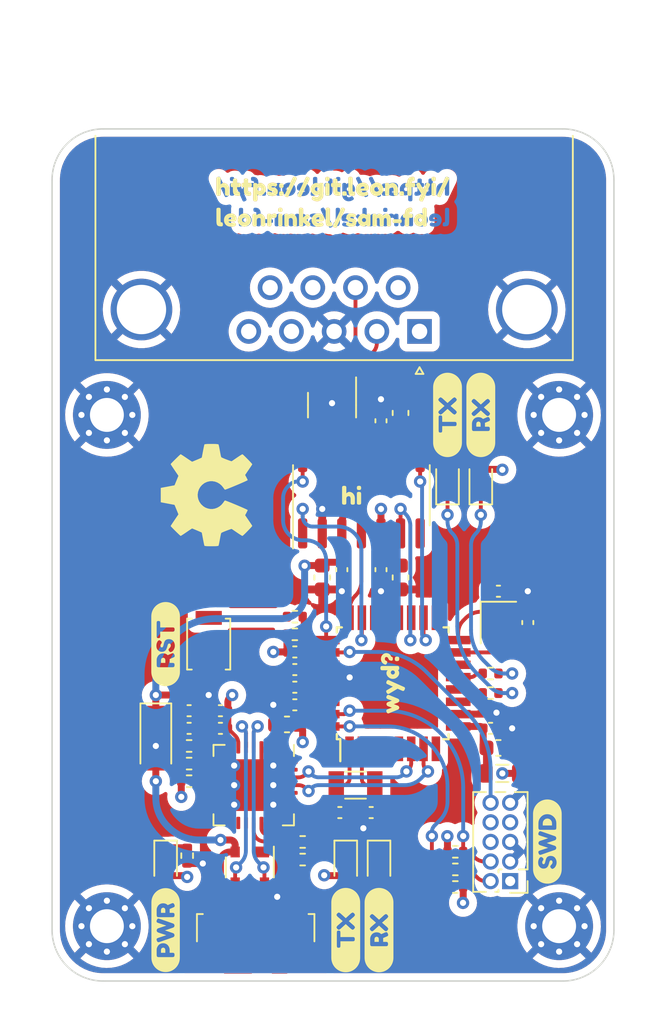
<source format=kicad_pcb>
(kicad_pcb (version 20211014) (generator pcbnew)
  (title_block (title "sam-fd") (date "2023-01-27") (rev "2") (company "Leon Rinkel") (comment 1 "leon@rinkel.me") (comment 2 "https://git.leon.fyi/leonrinkel/sam-fd"))
  (layers (0 "F.Cu" mixed) (1 "In1.Cu" power) (2 "In2.Cu" power) (31 "B.Cu" mixed) (34 "B.Paste" user) (35 "F.Paste" user) (36 "B.SilkS" user "B.Silkscreen") (37 "F.SilkS" user "F.Silkscreen") (38 "B.Mask" user) (39 "F.Mask" user) (44 "Edge.Cuts" user))
  (net 0 "")
  (net 1 "+3V3")
  (net 2 "/MCU/~{RESET}")
  (net 3 "GND")
  (net 4 "/MCU/XIN32")
  (net 5 "/MCU/XOUT32")
  (net 6 "/MCU/VDDANA")
  (net 7 "/MCU/VDDCORE")
  (net 8 "/MCU/XIN")
  (net 9 "/MCU/XOUT")
  (net 10 "+5V")
  (net 11 "Net-(D1-Pad1)")
  (net 12 "Net-(D2-Pad1)")
  (net 13 "Net-(D3-Pad1)")
  (net 14 "VBUS")
  (net 15 "/USB/D-")
  (net 16 "/USB/D+")
  (net 17 "Net-(D6-Pad1)")
  (net 18 "Net-(D7-Pad1)")
  (net 19 "Net-(J1-Pad2)")
  (net 20 "/MCU/SWCLK")
  (net 25 "/USB/SHIELD")
  (net 27 "/CAN/CAN_LOW")
  (net 31 "/CAN/CAN_HIGH")
  (net 34 "/RX_ACT")
  (net 35 "/TX_ACT")
  (net 36 "Net-(R5-Pad2)")
  (net 37 "/MCU/SWDIO")
  (net 38 "Net-(R10-Pad1)")
  (net 39 "Net-(R11-Pad2)")
  (net 40 "/USB/~{TXT}")
  (net 41 "/USB/~{RXT}")
  (net 42 "/MCU/PA02")
  (net 43 "/MCU/PA03")
  (net 44 "/MCU/PA04")
  (net 45 "/UART_TX")
  (net 46 "/UART_RX")
  (net 47 "/MCU/PA07")
  (net 48 "/MCU/PA08")
  (net 49 "/MCU/PA11")
  (net 50 "/MCU/PA16")
  (net 51 "/CAN_~{ERR}")
  (net 52 "/CAN_EN")
  (net 53 "/CAN_~{STB}")
  (net 54 "/MCU/PA22")
  (net 55 "/MCU/PA23")
  (net 56 "/CAN_TX")
  (net 57 "/CAN_RX")
  (net 58 "/MCU/PA19")
  (net 59 "/MCU/PA28")
  (footprint "kibuzzard-63D420B8" (layer "F.Cu") (at 103.759 66.421)
    (fp_text reference "kibuzzard-63D420B8" hide)
    (fp_text value "G***" hide)
  )
  (footprint "kibuzzard-63D40F1D" (layer "F.Cu") (at 116.459 88.8746 90)
    (fp_text reference "kibuzzard-63D40F1D" hide)
    (fp_text value "G***" hide)
  )
  (footprint "sam-fd:USB_Micro-B_Molex_47346-0001" (layer "F.Cu") (at 97.536 95.285)
    (fp_text reference "J2")
    (fp_text value "USB_B_Micro")
  )
  (footprint "Resistor_SMD:R_0402_1005Metric" (layer "F.Cu") (at 100.076 74.295 180)
    (fp_text reference "R5")
    (fp_text value "330Ω")
  )
  (footprint "Resistor_SMD:R_0402_1005Metric" (layer "F.Cu") (at 110.488 89.537 180)
    (fp_text reference "R6")
    (fp_text value "33kΩ")
  )
  (footprint "Crystal:Crystal_SMD_2016-4Pin_2.0x1.6mm" (layer "F.Cu") (at 113.284 74.676 -90)
    (fp_text reference "Y2")
    (fp_text value "32MHz")
  )
  (footprint "Capacitor_SMD:C_0402_1005Metric" (layer "F.Cu") (at 105.664 61.595 90)
    (fp_text reference "C21")
    (fp_text value "100nF")
  )
  (footprint "Capacitor_SMD:C_0402_1005Metric" (layer "F.Cu") (at 95.25 81.534 180)
    (fp_text reference "C15" hide)
    (fp_text value "100nF")
  )
  (footprint "LED_SMD:LED_0603_1608Metric" (layer "F.Cu") (at 109.982 65.532 90)
    (fp_text reference "D2")
    (fp_text value "GREEN")
  )
  (footprint "Capacitor_SMD:C_0402_1005Metric" (layer "F.Cu") (at 100.076 78.867 180)
    (fp_text reference "C8")
    (fp_text value "100nF")
  )
  (footprint "sam-fd:PinHeader_2x05_P1.27mm_Vertical" (layer "F.Cu") (at 114.046 91.44 180)
    (fp_text reference "J1")
    (fp_text value "Conn_ARM_JTAG_SWD_10")
  )
  (footprint "Resistor_SMD:R_0402_1005Metric" (layer "F.Cu") (at 112.776 79.248 180)
    (fp_text reference "R2")
    (fp_text value "68Ω")
  )
  (footprint "Resistor_SMD:R_0402_1005Metric" (layer "F.Cu") (at 93.218 82.677 180)
    (fp_text reference "R10")
    (fp_text value "47.5kΩ")
  )
  (footprint "kibuzzard-63D3DC15" (layer "F.Cu") (at 91.694 94.615 90)
    (fp_text reference "kibuzzard-63D3DC15" hide)
    (fp_text value "G***" hide)
  )
  (footprint "Connector_Dsub:DSUB-9_Male_Horizontal_P2.77x2.84mm_EdgePinOffset9.90mm_Housed_MountingHolesOffset11.32mm" (layer "F.Cu") (at 108.166 55.801331 180)
    (fp_text reference "J3")
    (fp_text value "DB9_Male_MountingHoles")
  )
  (footprint "MountingHole:MountingHole_2.2mm_M2_Pad_Via" (layer "F.Cu") (at 117.221 94.361)
    (fp_text reference "H4")
    (fp_text value "MountingHole_Pad")
  )
  (footprint "Capacitor_SMD:C_0402_1005Metric" (layer "F.Cu") (at 93.218 81.534 180)
    (fp_text reference "C13")
    (fp_text value "100nF")
  )
  (footprint "kibuzzard-63D41F74" (layer "F.Cu") (at 106.426 78.613 90)
    (fp_text reference "kibuzzard-63D41F74" hide)
    (fp_text value "G***" hide)
  )
  (footprint "MountingHole:MountingHole_2.2mm_M2_Pad_Via" (layer "F.Cu") (at 87.884 61.214)
    (fp_text reference "H1")
    (fp_text value "MountingHole_Pad")
  )
  (footprint "Resistor_SMD:R_0402_1005Metric" (layer "F.Cu") (at 93.091 89.789 -90)
    (fp_text reference "R1")
    (fp_text value "68Ω")
  )
  (footprint "kibuzzard-63D3DC5C" (layer "F.Cu") (at 105.537 94.615 90)
    (fp_text reference "kibuzzard-63D3DC5C" hide)
    (fp_text value "G***" hide)
  )
  (footprint "Inductor_SMD:L_0805_2012Metric" (layer "F.Cu") (at 113.538 84.455 180)
    (fp_text reference "L1")
    (fp_text value "39nH")
  )
  (footprint "Package_SO:SO-14_3.9x8.65mm_P1.27mm" (layer "F.Cu") (at 104.394 66.421 90)
    (fp_text reference "U3")
    (fp_text value "TJA1443AT")
  )
  (footprint "Capacitor_SMD:C_0402_1005Metric" (layer "F.Cu") (at 103.124 71.247 -90)
    (fp_text reference "C17")
    (fp_text value "100nF")
  )
  (footprint "Package_QFP:TQFP-32_7x7mm_P0.8mm" (layer "F.Cu") (at 106.426 78.613 90)
    (fp_text reference "U1")
    (fp_text value "ATSAMC21E")
  )
  (footprint "Resistor_SMD:R_0402_1005Metric" (layer "F.Cu") (at 100.584 88.9)
    (fp_text reference "R12")
    (fp_text value "68Ω")
  )
  (footprint "Resistor_SMD:R_0402_1005Metric" (layer "F.Cu") (at 93.218 83.82)
    (fp_text reference "R9")
    (fp_text value "22.1kΩ")
  )
  (footprint "Diode_SMD:D_SOD-123" (layer "F.Cu") (at 91.059 82.169 -90)
    (fp_text reference "D5")
    (fp_text value "MBR130T1G")
  )
  (footprint "Capacitor_SMD:C_0402_1005Metric" (layer "F.Cu") (at 113.284 72.644)
    (fp_text reference "C11")
    (fp_text value "5.6pF")
  )
  (footprint "Symbol:OSHW-Symbol_6.7x6mm_Copper" (layer "F.Cu") (at 94.361 66.421 90)
    (fp_text reference "REF**" hide)
    (fp_text value "OSHW-Symbol_6.7x6mm_Copper" hide)
  )
  (footprint "kibuzzard-63D3DC5C" (layer "F.Cu") (at 112.141 61.214 90)
    (fp_text reference "kibuzzard-63D3DC5C" hide)
    (fp_text value "G***" hide)
  )
  (footprint "kibuzzard-63D40D8D" (layer "F.Cu") (at 102.5398 47.4218)
    (fp_text reference "kibuzzard-63D40D8D" hide)
    (fp_text value "G***" hide)
  )
  (footprint "LED_SMD:LED_0603_1608Metric" (layer "F.Cu") (at 91.694 90.297 -90)
    (fp_text reference "D1")
    (fp_text value "RED")
  )
  (footprint "Capacitor_SMD:C_0402_1005Metric" (layer "F.Cu") (at 115.189 74.676 90)
    (fp_text reference "C10")
    (fp_text value "5.6pF")
  )
  (footprint "Capacitor_SMD:C_0603_1608Metric" (layer "F.Cu") (at 113.284 82.804)
    (fp_text reference "C4")
    (fp_text value "10µF")
  )
  (footprint "LED_SMD:LED_0603_1608Metric" (layer "F.Cu") (at 112.141 65.532 90)
    (fp_text reference "D3")
    (fp_text value "GREEN")
  )
  (footprint "Capacitor_SMD:C_0402_1005Metric" (layer "F.Cu") (at 100.076 77.724 180)
    (fp_text reference "C6")
    (fp_text value "1µF")
  )
  (footprint "Resistor_SMD:R_0402_1005Metric" (layer "F.Cu") (at 93.218 84.963)
    (fp_text reference "R11")
    (fp_text value "1kΩ")
  )
  (footprint "Resistor_SMD:R_0402_1005Metric" (layer "F.Cu") (at 100.584 90.043)
    (fp_text reference "R13")
    (fp_text value "68Ω")
  )
  (footprint "Package_TO_SOT_SMD:SOT-23-3" (layer "F.Cu") (at 102.489 60.579 -90)
    (fp_text reference "U4")
    (fp_text value "PESD2CANFD24L")
  )
  (footprint "Symbol:OSHW-Symbol_6.7x6mm_SilkScreen" (layer "F.Cu") (at 94.361 66.421 90)
    (fp_text reference "REF**" hide)
    (fp_text value "OSHW-Symbol_6.7x6mm_SilkScreen" hide)
  )
  (footprint "MountingHole:MountingHole_2.2mm_M2_Pad_Via" (layer "F.Cu") (at 117.221 61.214)
    (fp_text reference "H2")
    (fp_text value "MountingHole_Pad")
  )
  (footprint "Capacitor_SMD:C_0603_1608Metric" (layer "F.Cu") (at 99.568 81.28 180)
    (fp_text reference "C7")
    (fp_text value "10µF")
  )
  (footprint "Resistor_SMD:R_0402_1005Metric" (layer "F.Cu") (at 100.076 75.438)
    (fp_text reference "R4")
    (fp_text value "2.2kΩ")
  )
  (footprint "Resistor_SMD:R_0402_1005Metric" (layer "F.Cu") (at 112.776 77.978 180)
    (fp_text reference "R3")
    (fp_text value "68Ω")
  )
  (footprint "Capacitor_SMD:C_0402_1005Metric" (layer "F.Cu") (at 102.997 86.995 180)
    (fp_text reference "C2")
    (fp_text value "4.7pF")
  )
  (footprint "Capacitor_SMD:C_0402_1005Metric" (layer "F.Cu") (at 105.029 86.995)
    (fp_text reference "C3")
    (fp_text value "4.7pF")
  )
  (footprint "Package_DFN_QFN:QFN-28-1EP_5x5mm_P0.5mm_EP3.35x3.35mm" (layer "F.Cu") (at 97.409 85.217 -90)
    (fp_text reference "U2")
    (fp_text value "CP2102N-Axx-xQFN28")
  )
  (footprint "kibuzzard-63D40257" (layer "F.Cu") (at 91.694 76.073 90)
    (fp_text reference "kibuzzard-63D40257" hide)
    (fp_text value "G***" hide)
  )
  (footprint "Capacitor_SMD:C_0603_1608Metric" (layer "F.Cu") (at 106.934 61.087 90)
    (fp_text reference "C19")
    (fp_text value "10µF")
  )
  (footprint "Package_TO_SOT_SMD:SOT-143" (layer "F.Cu") (at 97.155 90.551 -90)
    (fp_text reference "D4")
    (fp_text value "SP0503BAHT")
  )
  (footprint "Capacitor_SMD:C_0603_1608Metric" (layer "F.Cu") (at 101.854 71.755 -90)
    (fp_text reference "C16")
    (fp_text value "10µF")
  )
  (footprint "Capacitor_SMD:C_0402_1005Metric" (layer "F.Cu") (at 105.664 71.247 -90)
    (fp_text reference "C20")
    (fp_text value "100nF")
  )
  (footprint "kibuzzard-63D3DC51" (layer "F.Cu") (at 103.378 94.615 90)
    (fp_text reference "kibuzzard-63D3DC51" hide)
    (fp_text value "G***" hide)
  )
  (footprint "kibuzzard-63D3DC51" (layer "F.Cu") (at 109.982 61.214 90)
    (fp_text reference "kibuzzard-63D3DC51" hide)
    (fp_text value "G***" hide)
  )
  (footprint "Capacitor_SMD:C_0603_1608Metric" (layer "F.Cu") (at 106.934 71.755 -90)
    (fp_text reference "C18")
    (fp_text value "10µF")
  )
  (footprint "Resistor_SMD:R_0402_1005Metric" (layer "F.Cu") (at 110.488 90.68)
    (fp_text reference "R8")
    (fp_text value "22Ω")
  )
  (footprint "kibuzzard-63D40D4B" (layer "F.Cu") (at 102.5398 47.4218)
    (fp_text reference "kibuzzard-63D40D4B" hide)
    (fp_text value "G***" hide)
  )
  (footprint "Capacitor_SMD:C_0402_1005Metric" (layer "F.Cu") (at 95.25 80.391 180)
    (fp_text reference "C14" hide)
    (fp_text value "4.7µF")
  )
  (footprint "Capacitor_SMD:C_0402_1005Metric" (layer "F.Cu") (at 93.218 80.391 180)
    (fp_text reference "C12")
    (fp_text value "4.7µF")
  )
  (footprint "LED_SMD:LED_0603_1608Metric" (layer "F.Cu") (at 103.378 90.297 -90)
    (fp_text reference "D7")
    (fp_text value "YELLOW")
  )
  (footprint "Crystal:Crystal_SMD_3215-2Pin_3.2x1.5mm" (layer "F.Cu") (at 104.013 85.217)
    (fp_text reference "Y1")
    (fp_text value "32.768kHz")
  )
  (footprint "Button_Switch_SMD:SW_SPST_B3U-1000P" (layer "F.Cu") (at 94.488 76.073 90)
    (fp_text reference "SW1")
    (fp_text value "SW_Push")
  )
  (footprint "LED_SMD:LED_0603_1608Metric" (layer "F.Cu") (at 105.537 90.297 -90)
    (fp_text reference "D6")
    (fp_text value "YELLOW")
  )
  (footprint "Capacitor_SMD:C_0402_1005Metric" (layer "F.Cu") (at 100.076 80.01 180)
    (fp_text reference "C9")
    (fp_text value "100nF")
  )
  (footprint "Capacitor_SMD:C_0402_1005Metric" (layer "F.Cu") (at 100.076 76.581)
    (fp_text reference "C1")
    (fp_text value "100pF")
  )
  (footprint "Resistor_SMD:R_0402_1005Metric" (layer "F.Cu") (at 110.488 91.823)
    (fp_text reference "R7")
    (fp_text value "33kΩ")
  )
  (footprint "Capacitor_SMD:C_0402_1005Metric" (layer "F.Cu") (at 112.776 81.534)
    (fp_text reference "C5")
    (fp_text value "100nF")
  )
  (footprint "MountingHole:MountingHole_2.2mm_M2_Pad_Via" (layer "F.Cu") (at 87.884 94.361)
    (fp_text reference "H3")
    (fp_text value "MountingHole_Pad")
  )
  (footprint "kibuzzard-63D40D8D" (layer "B.Cu") (at 102.5398 47.4218 180)
    (fp_text reference "kibuzzard-63D40D8D" hide)
    (fp_text value "G***" hide)
  )
  (gr_arc (start 120.777 94.615) (mid 119.809867 96.949867) (end 117.475 97.917) (layer "Edge.Cuts") (width 0.1))
  (gr_line (start 87.63 42.672) (end 117.475 42.672) (layer "Edge.Cuts") (width 0.1))
  (gr_line (start 120.777 45.974) (end 120.777 94.615) (layer "Edge.Cuts") (width 0.1))
  (gr_arc (start 117.475 42.672) (mid 119.809867 43.639133) (end 120.777 45.974) (layer "Edge.Cuts") (width 0.1))
  (gr_arc (start 84.328 45.974) (mid 85.295133 43.639133) (end 87.63 42.672) (layer "Edge.Cuts") (width 0.1))
  (gr_line (start 84.328 94.615) (end 84.328 45.974) (layer "Edge.Cuts") (width 0.1))
  (gr_line (start 117.475 97.917) (end 87.63 97.917) (layer "Edge.Cuts") (width 0.1))
  (gr_arc (start 87.63 97.917) (mid 85.295133 96.949867) (end 84.328 94.615) (layer "Edge.Cuts") (width 0.1))
  (segment (start 96.213131 82.017131) (end 95.73 81.534) (width 0.25) (layer "F.Cu") (net 1))
  (segment (start 110.986 92.849) (end 110.992 92.843) (width 0.45) (layer "F.Cu") (net 1))
  (segment (start 100.8923 79.813) (end 102.176 79.813) (width 0.45) (layer "F.Cu") (net 1))
  (segment (start 102.024531 91.0845) (end 103.378 91.0845) (width 0.45) (layer "F.Cu") (net 1))
  (segment (start 110.998 92.828514) (end 110.998 91.823) (width 0.45) (layer "F.Cu") (net 1))
  (segment (start 105.664 68.896) (end 105.664 67.31) (width 0.45) (layer "F.Cu") (net 1))
  (segment (start 112.141 64.7445) (end 109.982 64.7445) (width 0.45) (layer "F.Cu") (net 1))
  (segment (start 103.378 91.0845) (end 105.537 91.0845) (width 0.45) (layer "F.Cu") (net 1))
  (segment (start 98.679 76.581) (end 99.574786 76.581) (width 0.45) (layer "F.Cu") (net 1))
  (segment (start 109.978 88.544656) (end 109.978 89.537) (width 0.45) (layer "F.Cu") (net 1))
  (segment (start 113.538 84.455) (end 114.6005 84.455) (width 0.45) (layer "F.Cu") (net 1))
  (segment (start 96.409 82.49) (end 96.409 82.767) (width 0.25) (layer "F.Cu") (net 1))
  (segment (start 96.012 79.375) (end 95.871 79.516) (width 0.45) (layer "F.Cu") (net 1))
  (segment (start 100.556 80.1493) (end 100.556 80.916386) (width 0.45) (layer "F.Cu") (net 1))
  (segment (start 92.709 85.978) (end 92.71 85.979) (width 0.45) (layer "F.Cu") (net 1))
  (segment (start 95.73 81.534) (end 95.73 80.391) (width 0.45) (layer "F.Cu") (net 1))
  (segment (start 92.708 85.975585) (end 92.708 84.963) (width 0.45) (layer "F.Cu") (net 1))
  (segment (start 99.566 76.529786) (end 99.566 75.438) (width 0.45) (layer "F.Cu") (net 1))
  (segment (start 113.52525 64.75725) (end 113.538 64.77) (width 0.45) (layer "F.Cu") (net 1))
  (segment (start 92.947603 91.0845) (end 91.694 91.0845) (width 0.45) (layer "F.Cu") (net 1))
  (segment (start 106.570386 70.767) (end 105.664 70.767) (width 0.45) (layer "F.Cu") (net 1))
  (segment (start 106.8275 70.8735) (end 106.934 70.98) (width 0.45) (layer "F.Cu") (net 1))
  (segment (start 100.584 81.691412) (end 100.584 82.423) (width 0.45) (layer "F.Cu") (net 1))
  (segment (start 93.049 91.1265) (end 93.091 91.1685) (width 0.45) (layer "F.Cu") (net 1))
  (segment (start 112.141 64.7445) (end 113.494468 64.7445) (width 0.45) (layer "F.Cu") (net 1))
  (segment (start 101.981 91.059) (end 101.99375 91.07175) (width 0.45) (layer "F.Cu") (net 1))
  (segment (start 109.97 88.531) (end 109.974 88.535) (width 0.45) (layer "F.Cu") (net 1))
  (segment (start 95.73 79.856404) (end 95.73 80.391) (width 0.45) (layer "F.Cu") (net 1))
  (segment (start 105.664 68.896) (end 105.664 70.767) (width 0.45) (layer "F.Cu") (net 1))
  (segment (start 100.4635 81.4005) (end 100.4495 81.3865) (width 0.45) (layer "F.Cu") (net 1))
  (via (at 109.97 88.531) (size 0.8) (drill 0.4) (layers "F.Cu" "B.Cu") (net 1))
  (via (at 105.664 67.31) (size 0.8) (drill 0.4) (layers "F.Cu" "B.Cu") (net 1))
  (via (at 92.71 85.979) (size 0.8) (drill 0.4) (layers "F.Cu" "B.Cu") (net 1))
  (via (at 101.981 91.059) (size 0.8) (drill 0.4) (layers "F.Cu" "B.Cu") (net 1))
  (via (at 110.986 92.849) (size 0.8) (drill 0.4) (layers "F.Cu" "B.Cu") (net 1))
  (via (at 113.538 84.455) (size 0.8) (drill 0.4) (layers "F.Cu" "B.Cu") (net 1))
  (via (at 100.584 82.423) (size 0.8) (drill 0.4) (layers "F.Cu" "B.Cu") (net 1))
  (via (at 113.538 64.77) (size 0.8) (drill 0.4) (layers "F.Cu" "B.Cu") (net 1))
  (via (at 96.012 79.375) (size 0.8) (drill 0.4) (layers "F.Cu" "B.Cu") (net 1))
  (via (at 98.679 76.581) (size 0.8) (drill 0.4) (layers "F.Cu" "B.Cu") (net 1))
  (via (at 93.091 91.1685) (size 0.8) (drill 0.4) (layers "F.Cu" "B.Cu") (net 1))
  (arc (start 101.99375 91.07175) (mid 102.007872 91.081186) (end 102.024531 91.0845) (width 0.45) (layer "F.Cu") (net 1))
  (arc (start 110.998 92.828514) (mid 110.99644 92.836353) (end 110.992 92.843) (width 0.45) (layer "F.Cu") (net 1))
  (arc (start 92.708 85.975585) (mid 92.708259 85.976892) (end 92.709 85.978) (width 0.45) (layer "F.Cu") (net 1))
  (arc (start 99.566 76.529786) (mid 99.569898 76.549385) (end 99.581 76.566) (width 0.45) (layer "F.Cu") (net 1))
  (arc (start 95.871 79.516) (mid 95.766644 79.672178) (end 95.73 79.856404) (width 0.45) (layer "F.Cu") (net 1))
  (arc (start 106.8275 70.8735) (mid 106.709535 70.794678) (end 106.570386 70.767) (width 0.45) (layer "F.Cu") (net 1))
  (arc (start 100.8923 79.813) (mid 100.763603 79.838599) (end 100.6545 79.9115) (width 0.45) (layer "F.Cu") (net 1))
  (arc (start 100.4495 81.1735) (mid 100.405386 81.28) (end 100.4495 81.3865) (width 0.45) (layer "F.Cu") (net 1))
  (arc (start 93.049 91.1265) (mid 93.002478 91.095415) (end 92.947603 91.0845) (width 0.45) (layer "F.Cu") (net 1))
  (arc (start 99.581 76.566) (mid 99.582904 76.575575) (end 99.574786 76.581) (width 0.45) (layer "F.Cu") (net 1))
  (arc (start 96.213131 82.017131) (mid 96.358095 82.234085) (end 96.409 82.49) (width 0.25) (layer "F.Cu") (net 1))
  (arc (start 113.52525 64.75725) (mid 113.511127 64.747813) (end 113.494468 64.7445) (width 0.45) (layer "F.Cu") (net 1))
  (arc (start 100.4635 81.4005) (mid 100.552683 81.533971) (end 100.584 81.691412) (width 0.45) (layer "F.Cu") (net 1))
  (arc (start 109.974 88.535) (mid 109.97696 88.53943) (end 109.978 88.544656) (width 0.45) (layer "F.Cu") (net 1))
  (arc (start 100.556 80.916386) (mid 100.528321 81.055535) (end 100.4495 81.1735) (width 0.45) (layer "F.Cu") (net 1))
  (arc (start 100.6545 79.9115) (mid 100.581599 80.020603) (end 100.556 80.1493) (width 0.45) (layer "F.Cu") (net 1))
  (segment (start 100.586 75.438) (end 100.586 74.295) (width 0.25) (layer "F.Cu") (net 2))
  (segment (start 102.121372 76.581) (end 100.577213 76.581) (width 0.25) (layer "F.Cu") (net 2))
  (segment (start 103.632 76.581) (end 103.616 76.597) (width 0.25) (layer "F.Cu") (net 2))
  (segment (start 103.577372 76.613) (end 102.198627 76.613) (width 0.25) (layer "F.Cu") (net 2))
  (segment (start 100.586 75.438) (end 100.586 76.529786) (width 0.25) (layer "F.Cu") (net 2))
  (via (at 103.632 76.581) (size 0.8) (drill 0.4) (layers "F.Cu" "B.Cu") (net 2))
  (arc (start 100.586 76.529786) (mid 100.582101 76.549385) (end 100.571 76.566) (width 0.25) (layer "F.Cu") (net 2))
  (arc (start 103.616 76.597) (mid 103.598277 76.608841) (end 103.577372 76.613) (width 0.25) (layer "F.Cu") (net 2))
  (arc (start 100.571 76.566) (mid 100.569095 76.575575) (end 100.577213 76.581) (width 0.25) (layer "F.Cu") (net 2))
  (arc (start 102.16 76.597) (mid 102.177722 76.608841) (end 102.198627 76.613) (width 0.25) (layer "F.Cu") (net 2))
  (arc (start 102.16 76.597) (mid 102.142277 76.585158) (end 102.121372 76.581) (width 0.25) (layer "F.Cu") (net 2))
  (segment (start 111.249356 80.515356) (end 108.617137 77.883137) (width 0.25) (layer "B.Cu") (net 2))
  (segment (start 112.776 84.201) (end 112.776 86.36) (width 0.25) (layer "B.Cu") (net 2))
  (segment (start 105.4735 76.581) (end 103.632 76.581) (width 0.25) (layer "B.Cu") (net 2))
  (arc (start 108.617137 77.883137) (mid 107.174824 76.919414) (end 105.4735 76.581) (width 0.25) (layer "B.Cu") (net 2))
  (arc (start 111.249356 80.515356) (mid 112.379238 82.206343) (end 112.776 84.201) (width 0.25) (layer "B.Cu") (net 2))
  (segment (start 113.834 74.051) (end 113.834 74.025497) (width 0.15) (layer "F.Cu") (net 3))
  (segment (start 113.764 72.644) (end 115.189 72.644) (width 0.45) (layer "F.Cu") (net 3))
  (segment (start 94.103585 90.299) (end 93.091 90.299) (width 0.45) (layer "F.Cu") (net 3))
  (segment (start 104.521 88.011) (end 104.535 87.997) (width 0.45) (layer "F.Cu") (net 3))
  (segment (start 113.256 80.687003) (end 113.256 81.534) (width 0.45) (layer "F.Cu") (net 3))
  (segment (start 113.764 72.644) (end 113.764 73.856502) (width 0.45) (layer "F.Cu") (net 3))
  (segment (start 103.6225 78.2225) (end 103.632 78.232) (width 0.45) (layer "F.Cu") (net 3))
  (segment (start 98.526708 89.551) (end 97.905 89.551) (width 0.45) (layer "F.Cu") (net 3))
  (segment (start 113.944 74.086) (end 113.869 74.011) (width 0.45) (layer "F.Cu") (net 3))
  (segment (start 114.209563 74.196) (end 115.189 74.196) (width 0.45) (layer "F.Cu") (net 3))
  (segment (start 99.596 78.867) (end 99.596 77.724) (width 0.45) (layer "F.Cu") (net 3))
  (segment (start 94.488 79.375) (end 94.488 77.773) (width 0.45) (layer "F.Cu") (net 3))
  (segment (start 94.77 79.856404) (end 94.77 80.391) (width 0.45) (layer "F.Cu") (net 3))
  (segment (start 94.106 90.298) (end 94.107 90.297) (width 0.45) (layer "F.Cu") (net 3))
  (segment (start 98.679 80.01) (end 99.596 80.01) (width 0.45) (layer "F.Cu") (net 3))
  (segment (start 98.933 89.957291) (end 98.933 92.456) (width 0.45) (layer "F.Cu") (net 3))
  (segment (start 113.256 81.534) (end 114.173 81.534) (width 0.45) (layer "F.Cu") (net 3))
  (segment (start 103.067 72.587) (end 103.124 72.644) (width 0.45) (layer "F.Cu") (net 3))
  (segment (start 94.629 79.516) (end 94.488 79.375) (width 0.45) (layer "F.Cu") (net 3))
  (segment (start 101.854 67.31) (end 101.854 68.896) (width 0.45) (layer "F.Cu") (net 3))
  (segment (start 98.793 80.20461) (end 98.793 81.28) (width 0.45) (layer "F.Cu") (net 3))
  (segment (start 98.679 80.01) (end 98.736 80.067) (width 0.45) (layer "F.Cu") (net 3))
  (segment (start 94.77 80.391) (end 94.77 81.534) (width 0.45) (layer "F.Cu") (net 3))
  (segment (start 113.799 73.941) (end 113.869 74.011) (width 0.45) (layer "F.Cu") (net 3))
  (segment (start 99.596 80.01) (end 99.596 78.867) (width 0.45) (layer "F.Cu") (net 3))
  (segment (start 97.659 84.967) (end 97.409 85.217) (width 0.25) (layer "F.Cu") (net 3))
  (segment (start 113.780966 74.179032) (end 112.787033 75.172966) (width 0.15) (layer "F.Cu") (net 3))
  (segment (start 105.664 72.644) (end 105.664 71.727) (width 0.45) (layer "F.Cu") (net 3))
  (segment (start 114.059 81.72861) (end 114.059 82.804) (width 0.45) (layer "F.Cu") (net 3))
  (segment (start 105.721 72.587) (end 105.664 72.644) (width 0.45) (layer "F.Cu") (net 3))
  (segment (start 92.738 81.512786) (end 92.738 80.391) (width 0.45) (layer "F.Cu") (net 3))
  (segment (start 104.549 87.963201) (end 104.549 86.995) (width 0.45) (layer "F.Cu") (net 3))
  (segment (start 113.157 80.518) (end 113.2065 80.5675) (width 0.45) (layer "F.Cu") (net 3))
  (segment (start 97.909 84.363446) (end 97.909 82.767) (width 0.25) (layer "F.Cu") (net 3))
  (segment (start 115.189 72.644) (end 115.189 74.196) (width 0.45) (layer "F.Cu") (net 3))
  (segment (start 105.85861 72.53) (end 106.934 72.53) (width 0.45) (layer "F.Cu") (net 3))
  (segment (start 105.664 60.198) (end 105.664 61.115) (width 0.45) (layer "F.Cu") (net 3))
  (segment (start 102.929389 72.53) (end 101.854 72.53) (width 0.45) (layer "F.Cu") (net 3))
  (segment (start 102.489 60.452) (end 102.489 61.7165) (width 0.45) (layer "F.Cu") (net 3))
  (segment (start 112.994824 80.613) (end 110.676 80.613) (width 0.45) (layer "F.Cu") (net 3))
  (segment (start 103.599564 78.213) (end 102.176 78.213) (width 0.45) (layer "F.Cu") (net 3))
  (segment (start 105.664 60.198) (end 105.721 60.255) (width 0.45) (layer "F.Cu") (net 3))
  (segment (start 114.173 81.534) (end 114.116 81.591) (width 0.45) (layer "F.Cu") (net 3))
  (segment (start 112.734 75.301) (end 112.734 75.376) (width 0.15) (layer "F.Cu") (net 3))
  (segment (start 92.708 82.677) (end 92.708 81.585213) (width 0.45) (layer "F.Cu") (net 3))
  (segment (start 98.933 92.456) (end 98.8845 92.5045) (width 0.45) (layer "F.Cu") (net 3))
  (segment (start 98.836 92.621589) (end 98.836 93.825) (width 0.45) (layer "F.Cu") (net 3))
  (segment (start 104.549 86.995) (end 103.477 86.995) (width 0.45) (layer "F.Cu") (net 3))
  (segment (start 103.124 72.644) (end 103.124 71.727) (width 0.45) (layer "F.Cu") (net 3))
  (segment (start 113.157 80.518) (end 113.1095 80.5655) (width 0.45) (layer "F.Cu") (net 3))
  (segment (start 92.708 82.677) (end 91.059 82.677) (width 0.45) (layer "F.Cu") (net 3))
  (segment (start 105.85861 60.312) (end 106.934 60.312) (width 0.45) (layer "F.Cu") (net 3))
  (via (at 91.059 82.677) (size 0.8) (drill 0.4) (layers "F.Cu" "B.Cu") (net 3))
  (via (at 103.632 78.232) (size 0.8) (drill 0.4) (layers "F.Cu" "B.Cu") (net 3))
  (via (at 113.157 80.518) (size 0.8) (drill 0.4) (layers "F.Cu" "B.Cu") (net 3))
  (via (at 104.521 88.011) (size 0.8) (drill 0.4) (layers "F.Cu" "B.Cu") (net 3))
  (via (at 98.933 92.456) (size 0.8) (drill 0.4) (layers "F.Cu" "B.Cu") (net 3))
  (via (at 115.189 72.644) (size 0.8) (drill 0.4) (layers "F.Cu" "B.Cu") (net 3))
  (via (at 96.139 83.947) (size 0.8) (drill 0.4) (layers "F.Cu" "B.Cu") (net 3))
  (via (at 96.139 86.487) (size 0.8) (drill 0.4) (layers "F.Cu" "B.Cu") (net 3))
  (via (at 96.139 85.217) (size 0.8) (drill 0.4) (layers "F.Cu" "B.Cu") (net 3))
  (via (at 105.664 72.644) (size 0.8) (drill 0.4) (layers "F.Cu" "B.Cu") (net 3))
  (via (at 103.124 72.644) (size 0.8) (drill 0.4) (layers "F.Cu" "B.Cu") (net 3))
  (via (at 94.488 79.375) (size 0.8) (drill 0.4) (layers "F.Cu" "B.Cu") (net 3))
  (via (at 98.679 80.01) (size 0.8) (drill 0.4) (layers "F.Cu" "B.Cu") (net 3))
  (via (at 105.664 60.198) (size 0.8) (drill 0.4) (layers "F.Cu" "B.Cu") (net 3))
  (via (at 102.489 60.452) (size 0.8) (drill 0.4) (layers "F.Cu" "B.Cu") (net 3))
  (via (at 114.173 81.534) (size 0.8) (drill 0.4) (layers "F.Cu" "B.Cu") (net 3))
  (via (at 98.679 86.487) (size 0.8) (drill 0.4) (layers "F.Cu" "B.Cu") (net 3))
  (via (at 98.679 83.947) (size 0.8) (drill 0.4) (layers "F.Cu" "B.Cu") (net 3))
  (via (at 98.679 85.217) (size 0.8) (drill 0.4) (layers "F.Cu" "B.Cu") (net 3))
  (via (at 94.107 90.297) (size 0.8) (drill 0.4) (layers "F.Cu" "B.Cu") (net 3))
  (via (at 101.854 67.31) (size 0.8) (drill 0.4) (layers "F.Cu" "B.Cu") (net 3))
  (arc (start 104.549 87.963201) (mid 104.545361 87.981492) (end 104.535 87.997) (width 0.45) (layer "F.Cu") (net 3))
  (arc (start 113.869 74.011) (mid 113.846656 74.006555) (end 113.834 74.025497) (width 0.45) (layer "F.Cu") (net 3))
  (arc (start 105.721 60.255) (mid 105.784136 60.297186) (end 105.85861 60.312) (width 0.45) (layer "F.Cu") (net 3))
  (arc (start 112.787033 75.172966) (mid 112.747782 75.231708) (end 112.734 75.301) (width 0.15) (layer "F.Cu") (net 3))
  (arc (start 97.909 84.363446) (mid 97.844027 84.690087) (end 97.659 84.967) (width 0.25) (layer "F.Cu") (net 3))
  (arc (start 103.067 72.587) (mid 103.003863 72.544813) (end 102.929389 72.53) (width 0.45) (layer "F.Cu") (net 3))
  (arc (start 113.2065 80.5675) (mid 113.243135 80.622328) (end 113.256 80.687003) (width 0.45) (layer "F.Cu") (net 3))
  (arc (start 94.106 90.298) (mid 94.104892 90.29874) (end 94.103585 90.299) (width 0.45) (layer "F.Cu") (net 3))
  (arc (start 114.116 81.591) (mid 114.073813 81.654136) (end 114.059 81.72861) (width 0.45) (layer "F.Cu") (net 3))
  (arc (start 113.764 73.856502) (mid 113.773096 73.902232) (end 113.799 73.941) (width 0.45) (layer "F.Cu") (net 3))
  (arc (start 98.736 80.067) (mid 98.778186 80.130136) (end 98.793 80.20461) (width 0.45) (layer "F.Cu") (net 3))
  (arc (start 94.629 79.516) (mid 94.733355 79.672178) (end 94.77 79.856404) (width 0.45) (layer "F.Cu") (net 3))
  (arc (start 113.834 74.051) (mid 113.820216 74.12029) (end 113.780966 74.179032) (width 0.15) (layer "F.Cu") (net 3))
  (arc (start 113.944 74.086) (mid 114.065841 74.167411) (end 114.209563 74.196) (width 0.45) (layer "F.Cu") (net 3))
  (arc (start 105.85861 72.53) (mid 105.784136 72.544813) (end 105.721 72.587) (width 0.45) (layer "F.Cu") (net 3))
  (arc (start 113.1095 80.5655) (mid 113.056886 80.600655) (end 112.994824 80.613) (width 0.45) (layer "F.Cu") (net 3))
  (arc (start 98.814 89.67) (mid 98.902072 89.80181) (end 98.933 89.957291) (width 0.45) (layer "F.Cu") (net 3))
  (arc (start 92.723 81.549) (mid 92.711898 81.565614) (end 92.708 81.585213) (width 0.45) (layer "F.Cu") (net 3))
  (arc (start 92.738 81.512786) (mid 92.734101 81.532385) (end 92.723 81.549) (width 0.45) (layer "F.Cu") (net 3))
  (arc (start 98.814 89.67) (mid 98.682189 89.581927) (end 98.526708 89.551) (width 0.45) (layer "F.Cu") (net 3))
  (arc (start 98.8845 92.5045) (mid 98.848604 92.55822) (end 98.836 92.621589) (width 0.45) (layer "F.Cu") (net 3))
  (arc (start 103.6225 78.2225) (mid 103.611977 78.215468) (end 103.599564 78.213) (width 0.45) (layer "F.Cu") (net 3))
  (arc (start 113.834 74.025497) (mid 113.824903 73.979767) (end 113.799 73.941) (width 0.15) (layer "F.Cu") (net 3))
  (segment (start 102.517 85.636948) (end 102.517 86.995) (width 0.25) (layer "F.Cu") (net 4))
  (segment (start 103.626 84.793637) (end 103.626 82.863) (width 0.25) (layer "F.Cu") (net 4))
  (segment (start 102.936948 85.217) (end 103.202637 85.217) (width 0.25) (layer "F.Cu") (net 4))
  (arc (start 103.502 85.093) (mid 103.364651 85.184773) (end 103.202637 85.217) (width 0.25) (layer "F.Cu") (net 4))
  (arc (start 102.64 85.34) (mid 102.548966 85.47624) (end 102.517 85.636948) (width 0.25) (layer "F.Cu") (net 4))
  (arc (start 103.626 84.793637) (mid 103.593773 84.955651) (end 103.502 85.093) (width 0.25) (layer "F.Cu") (net 4))
  (arc (start 102.936948 85.217) (mid 102.77624 85.248966) (end 102.64 85.34) (width 0.25) (layer "F.Cu") (net 4))
  (segment (start 105.089051 85.217) (end 104.804977 85.217) (width 0.25) (layer "F.Cu") (net 5))
  (segment (start 104.426 84.838022) (end 104.426 82.863) (width 0.25) (layer "F.Cu") (net 5))
  (segment (start 105.509 85.636948) (end 105.509 86.995) (width 0.25) (layer "F.Cu") (net 5))
  (arc (start 105.386 85.34) (mid 105.249758 85.248966) (end 105.089051 85.217) (width 0.25) (layer "F.Cu") (net 5))
  (arc (start 104.537 85.106) (mid 104.659949 85.188152) (end 104.804977 85.217) (width 0.25) (layer "F.Cu") (net 5))
  (arc (start 105.386 85.34) (mid 105.477033 85.47624) (end 105.509 85.636948) (width 0.25) (layer "F.Cu") (net 5))
  (arc (start 104.426 84.838022) (mid 104.454847 84.98305) (end 104.537 85.106) (width 0.25) (layer "F.Cu") (net 5))
  (segment (start 112.49225 84.43825) (end 112.4755 84.455) (width 0.45) (layer "F.Cu") (net 6))
  (segment (start 112.509 84.397811) (end 112.509 82.954613) (width 0.45) (layer "F.Cu") (net 6))
  (segment (start 112.296 81.619559) (end 112.296 82.440386) (width 0.45) (layer "F.Cu") (net 6))
  (segment (start 112.08944 81.413) (end 110.676 81.413) (width 0.45) (layer "F.Cu") (net 6))
  (arc (start 112.296 82.440386) (mid 112.323678 82.579535) (end 112.4025 82.6975) (width 0.45) (layer "F.Cu") (net 6))
  (arc (start 112.509 84.397811) (mid 112.504646 84.419696) (end 112.49225 84.43825) (width 0.45) (layer "F.Cu") (net 6))
  (arc (start 112.2355 81.4735) (mid 112.168487 81.428723) (end 112.08944 81.413) (width 0.45) (layer "F.Cu") (net 6))
  (arc (start 112.4025 82.6975) (mid 112.481321 82.815464) (end 112.509 82.954613) (width 0.45) (layer "F.Cu") (net 6))
  (arc (start 112.2355 81.4735) (mid 112.280276 81.540512) (end 112.296 81.619559) (width 0.45) (layer "F.Cu") (net 6))
  (segment (start 100.556 78.763762) (end 100.556 77.724) (width 0.45) (layer "F.Cu") (net 7))
  (segment (start 100.805237 79.013) (end 102.176 79.013) (width 0.45) (layer "F.Cu") (net 7))
  (arc (start 100.629 78.94) (mid 100.709858 78.994027) (end 100.805237 79.013) (width 0.45) (layer "F.Cu") (net 7))
  (arc (start 100.556 78.763762) (mid 100.574972 78.859141) (end 100.629 78.94) (width 0.45) (layer "F.Cu") (net 7))
  (segment (start 114.209563 75.156) (end 115.189 75.156) (width 0.25) (layer "F.Cu") (net 8))
  (segment (start 113.057266 76.613) (end 110.676 76.613) (width 0.25) (layer "F.Cu") (net 8))
  (segment (start 113.834 75.836266) (end 113.834 75.531563) (width 0.25) (layer "F.Cu") (net 8))
  (arc (start 113.944 75.266) (mid 113.862588 75.387841) (end 113.834 75.531563) (width 0.25) (layer "F.Cu") (net 8))
  (arc (start 113.6065 76.3855) (mid 113.354509 76.553874) (end 113.057266 76.613) (width 0.25) (layer "F.Cu") (net 8))
  (arc (start 113.834 75.836266) (mid 113.774874 76.133509) (end 113.6065 76.3855) (width 0.25) (layer "F.Cu") (net 8))
  (arc (start 114.209563 75.156) (mid 114.065841 75.184588) (end 113.944 75.266) (width 0.25) (layer "F.Cu") (net 8))
  (segment (start 112.684502 73.976) (end 112.1525 73.976) (width 0.25) (layer "F.Cu") (net 9))
  (segment (start 111.009046 74.537952) (end 111.159817 74.387182) (width 0.25) (layer "F.Cu") (net 9))
  (segment (start 112.804 73.856502) (end 112.804 72.644) (width 0.25) (layer "F.Cu") (net 9))
  (segment (start 110.676 75.342) (end 110.676 75.813) (width 0.25) (layer "F.Cu") (net 9))
  (arc (start 111.009046 74.537952) (mid 110.762555 74.906852) (end 110.676 75.342) (width 0.25) (layer "F.Cu") (net 9))
  (arc (start 112.769 73.941) (mid 112.730232 73.966903) (end 112.684502 73.976) (width 0.25) (layer "F.Cu") (net 9))
  (arc (start 112.1525 73.976) (mid 111.615263 74.082862) (end 111.159817 74.387182) (width 0.25) (layer "F.Cu") (net 9))
  (arc (start 112.804 73.856502) (mid 112.794903 73.902232) (end 112.769 73.941) (width 0.25) (layer "F.Cu") (net 9))
  (segment (start 106.8275 61.9685) (end 106.934 61.862) (width 0.45) (layer "F.Cu") (net 10))
  (segment (start 91.059 79.375) (end 91.059 80.519) (width 0.45) (layer "F.Cu") (net 10))
  (segment (start 105.664 64.5485) (end 105.664 63.946) (width 0.45) (layer "F.Cu") (net 10))
  (segment (start 101.703386 70.98) (end 100.733192 70.98) (width 0.45) (layer "F.Cu") (net 10))
  (segment (start 105.664 62.075) (end 106.570386 62.075) (width 0.45) (layer "F.Cu") (net 10))
  (segment (start 95.42 82.767) (end 95.909 82.767) (width 0.25) (layer "F.Cu") (net 10))
  (segment (start 93.698 81.534) (end 94.585224 82.421224) (width 0.25) (layer "F.Cu") (net 10))
  (segment (start 93.698 80.123) (end 93.698 80.391) (width 0.45) (layer "F.Cu") (net 10))
  (segment (start 93.698 81.534) (end 93.698 80.391) (width 0.45) (layer "F.Cu") (net 10))
  (segment (start 100.711 70.993) (end 100.7175 70.9865) (width 0.45) (layer "F.Cu") (net 10))
  (segment (start 103.124 68.2935) (end 103.124 68.896) (width 0.45) (layer "F.Cu") (net 10))
  (segment (start 103.124 68.896) (end 103.124 70.767) (width 0.45) (layer "F.Cu") (net 10))
  (segment (start 91.059 79.375) (end 92.878588 79.375) (width 0.45) (layer "F.Cu") (net 10))
  (segment (start 105.664 62.075) (end 105.664 63.946) (width 0.45) (layer "F.Cu") (net 10))
  (segment (start 103.550031 67.264968) (end 105.237968 65.577031) (width 0.45) (layer "F.Cu") (net 10))
  (segment (start 102.217613 70.767) (end 103.124 70.767) (width 0.45) (layer "F.Cu") (net 10))
  (segment (start 93.508495 79.665495) (end 93.458 79.615) (width 0.45) (layer "F.Cu") (net 10))
  (via (at 100.711 70.993) (size 0.8) (drill 0.4) (layers "F.Cu" "B.Cu") (net 10))
  (via (at 91.059 79.375) (size 0.8) (drill 0.4) (layers "F.Cu" "B.Cu") (net 10))
  (arc (start 94.585224 82.421224) (mid 94.968222 82.677135) (end 95.42 82.767) (width 0.25) (layer "F.Cu") (net 10))
  (arc (start 105.664 64.5485) (mid 105.553277 65.105137) (end 105.237968 65.577031) (width 0.45) (layer "F.Cu") (net 10))
  (arc (start 106.8275 61.9685) (mid 106.709535 62.047321) (end 106.570386 62.075) (width 0.45) (layer "F.Cu") (net 10))
  (arc (start 93.508495 79.665495) (mid 93.648749 79.8754) (end 93.698 80.123) (width 0.45) (layer "F.Cu") (net 10))
  (arc (start 100.733192 70.98) (mid 100.724699 70.981689) (end 100.7175 70.9865) (width 0.45) (layer "F.Cu") (net 10))
  (arc (start 102.217613 70.767) (mid 102.078464 70.794678) (end 101.9605 70.8735) (width 0.45) (layer "F.Cu") (net 10))
  (arc (start 93.458 79.615) (mid 93.192163 79.437373) (end 92.878588 79.375) (width 0.45) (layer "F.Cu") (net 10))
  (arc (start 103.550031 67.264968) (mid 103.234721 67.736862) (end 103.124 68.2935) (width 0.45) (layer "F.Cu") (net 10))
  (arc (start 101.9605 70.8735) (mid 101.842535 70.952321) (end 101.703386 70.98) (width 0.45) (layer "F.Cu") (net 10))
  (segment (start 92.201999 75.564999) (end 92.001926 75.765073) (width 0.45) (layer "B.Cu") (net 10))
  (segment (start 99.193382 74.422) (end 94.961446 74.422) (width 0.45) (layer "B.Cu") (net 10))
  (segment (start 100.711 70.993) (end 100.711 72.904382) (width 0.45) (layer "B.Cu") (net 10))
  (segment (start 91.059 79.375) (end 91.059 78.0415) (width 0.45) (layer "B.Cu") (net 10))
  (arc (start 94.961446 74.422) (mid 93.468044 74.719055) (end 92.201999 75.564999) (width 0.45) (layer "B.Cu") (net 10))
  (arc (start 100.711 72.904382) (mid 100.595478 73.485149) (end 100.2665 73.9775) (width 0.45) (layer "B.Cu") (net 10))
  (arc (start 92.001926 75.765073) (mid 91.304058 76.809506) (end 91.059 78.0415) (width 0.45) (layer "B.Cu") (net 10))
  (arc (start 100.2665 73.9775) (mid 99.774149 74.306478) (end 99.193382 74.422) (width 0.45) (layer "B.Cu") (net 10))
  (segment (start 91.80925 89.39425) (end 91.694 89.5095) (width 0.45) (layer "F.Cu") (net 11))
  (segment (start 92.087488 89.279) (end 93.091 89.279) (width 0.45) (layer "F.Cu") (net 11))
  (arc (start 92.087488 89.279) (mid 91.936906 89.308952) (end 91.80925 89.39425) (width 0.45) (layer "F.Cu") (net 11))
  (segment (start 109.982 67.691) (end 109.982 66.3195) (width 0.25) (layer "F.Cu") (net 12))
  (segment (start 114.173 79.248) (end 113.286 79.248) (width 0.25) (layer "F.Cu") (net 12))
  (via (at 114.173 79.248) (size 0.8) (drill 0.4) (layers "F.Cu" "B.Cu") (net 12))
  (via (at 109.982 67.691) (size 0.8) (drill 0.4) (layers "F.Cu" "B.Cu") (net 12))
  (segment (start 113.665 79.248) (end 114.173 79.248) (width 0.25) (layer "B.Cu") (net 12))
  (segment (start 110.296308 68.894308) (end 110.2995 68.8975) (width 0.25) (layer "B.Cu") (net 12))
  (segment (start 110.617 74.911948) (end 110.617 69.664012) (width 0.25) (layer "B.Cu") (net 12))
  (segment (start 109.982 67.691) (end 109.982 68.1355) (width 0.25) (layer "B.Cu") (net 12))
  (segment (start 112.797789 78.888789) (end 111.887 77.978) (width 0.25) (layer "B.Cu") (net 12))
  (arc (start 110.617 74.911948) (mid 110.947062 76.571283) (end 111.887 77.978) (width 0.25) (layer "B.Cu") (net 12))
  (arc (start 112.797789 78.888789) (mid 113.195669 79.154644) (end 113.665 79.248) (width 0.25) (layer "B.Cu") (net 12))
  (arc (start 109.982 68.1355) (mid 110.063685 68.546164) (end 110.296308 68.894308) (width 0.25) (layer "B.Cu") (net 12))
  (arc (start 110.2995 68.8975) (mid 110.534484 69.249178) (end 110.617 69.664012) (width 0.25) (layer "B.Cu") (net 12))
  (segment (start 114.173 77.978) (end 113.286 77.978) (width 0.25) (layer "F.Cu") (net 13))
  (segment (start 112.141 67.691) (end 112.141 66.3195) (width 0.25) (layer "F.Cu") (net 13))
  (via (at 112.141 67.691) (size 0.8) (drill 0.4) (layers "F.Cu" "B.Cu") (net 13))
  (via (at 114.173 77.978) (size 0.8) (drill 0.4) (layers "F.Cu" "B.Cu") (net 13))
  (segment (start 111.506 69.664012) (end 111.506 75.159566) (width 0.25) (layer "B.Cu") (net 13))
  (segment (start 112.141 67.691) (end 112.141 68.1355) (width 0.25) (layer "B.Cu") (net 13))
  (segment (start 112.797789 77.618789) (end 112.3315 77.1525) (width 0.25) (layer "B.Cu") (net 13))
  (segment (start 114.173 77.978) (end 113.665 77.978) (width 0.25) (layer "B.Cu") (net 13))
  (segment (start 111.823499 68.897499) (end 111.826691 68.894308) (width 0.25) (layer "B.Cu") (net 13))
  (arc (start 111.823499 68.897499) (mid 111.588515 69.249178) (end 111.506 69.664012) (width 0.25) (layer "B.Cu") (net 13))
  (arc (start 112.141 68.1355) (mid 112.059313 68.546164) (end 111.826691 68.894308) (width 0.25) (layer "B.Cu") (net 13))
  (arc (start 111.506 75.159566) (mid 111.72054 76.238134) (end 112.3315 77.1525) (width 0.25) (layer "B.Cu") (net 13))
  (arc (start 112.797789 77.618789) (mid 113.195669 77.884644) (end 113.665 77.978) (width 0.25) (layer "B.Cu") (net 13))
  (segment (start 95.873093 89.551) (end 96.205 89.551) (width 0.45) (layer "F.Cu") (net 14))
  (segment (start 95.25 90.174093) (end 95.25 91.250792) (width 0.45) (layer "F.Cu") (net 14))
  (segment (start 91.060707 83.82) (end 92.708 83.82) (width 0.45) (layer "F.Cu") (net 14))
  (segment (start 95.743 92.441) (end 95.920983 92.618983) (width 0.45) (layer "F.Cu") (net 14))
  (segment (start 96.236 93.3795) (end 96.236 93.825) (width 0.45) (layer "F.Cu") (net 14))
  (segment (start 96.205 89.102471) (end 96.205 89.551) (width 0.45) (layer "F.Cu") (net 14))
  (segment (start 95.25 88.773) (end 95.875528 88.773) (width 0.45) (layer "F.Cu") (net 14))
  (segment (start 91.059 83.819707) (end 91.059 84.963) (width 0.45) (layer "F.Cu") (net 14))
  (via (at 91.059 84.963) (size 0.8) (drill 0.4) (layers "F.Cu" "B.Cu") (net 14))
  (via (at 95.25 88.773) (size 0.8) (drill 0.4) (layers "F.Cu" "B.Cu") (net 14))
  (arc (start 95.25 91.250792) (mid 95.378126 91.894928) (end 95.743 92.441) (width 0.45) (layer "F.Cu") (net 14))
  (arc (start 96.1085 88.8695) (mid 96.001611 88.798079) (end 95.875528 88.773) (width 0.45) (layer "F.Cu") (net 14))
  (arc (start 95.4325 89.7335) (mid 95.29743 89.935645) (end 95.25 90.174093) (width 0.45) (layer "F.Cu") (net 14))
  (arc (start 96.1085 88.8695) (mid 96.17992 88.976388) (end 96.205 89.102471) (width 0.45) (layer "F.Cu") (net 14))
  (arc (start 95.873093 89.551) (mid 95.634645 89.59843) (end 95.4325 89.7335) (width 0.45) (layer "F.Cu") (net 14))
  (arc (start 91.0595 83.8195) (mid 91.060053 83.81987) (end 91.060707 83.82) (width 0.45) (layer "F.Cu") (net 14))
  (arc (start 95.920983 92.618983) (mid 96.154129 92.967911) (end 96.236 93.3795) (width 0.45) (layer "F.Cu") (net 14))
  (arc (start 91.0595 83.8195) (mid 91.05918 83.819436) (end 91.059 83.819707) (width 0.45) (layer "F.Cu") (net 14))
  (segment (start 91.059 86.0425) (end 91.059 84.963) (width 0.45) (layer "B.Cu") (net 14))
  (segment (start 91.822321 87.885321) (end 91.8845 87.9475) (width 0.45) (layer "B.Cu") (net 14))
  (segment (start 93.877433 88.773) (end 95.25 88.773) (width 0.45) (layer "B.Cu") (net 14))
  (arc (start 91.059 86.0425) (mid 91.25738 87.039827) (end 91.822321 87.885321) (width 0.45) (layer "B.Cu") (net 14))
  (arc (start 91.8845 87.9475) (mid 92.798865 88.558459) (end 93.877433 88.773) (width 0.45) (layer "B.Cu") (net 14))
  (segment (start 96.205 91.551) (end 96.205 90.655133) (width 0.25) (layer "F.Cu") (net 15))
  (segment (start 96.909 81.854261) (end 96.909 82.767) (width 0.25) (layer "F.Cu") (net 15))
  (segment (start 96.778 81.538) (end 96.647 81.407) (width 0.25) (layer "F.Cu") (net 15))
  (segment (start 96.886 91.769509) (end 96.886 93.825) (width 0.25) (layer "F.Cu") (net 15))
  (segment (start 96.205 91.551) (end 96.66749 91.551) (width 0.25) (layer "F.Cu") (net 15))
  (segment (start 96.2355 90.5815) (end 96.266 90.551) (width 0.25) (layer "F.Cu") (net 15))
  (via (at 96.266 90.551) (size 0.8) (drill 0.4) (layers "F.Cu" "B.Cu") (net 15))
  (via (at 96.647 81.407) (size 0.8) (drill 0.4) (layers "F.Cu" "B.Cu") (net 15))
  (arc (start 96.778 81.538) (mid 96.874954 81.683101) (end 96.909 81.854261) (width 0.25) (layer "F.Cu") (net 15))
  (arc (start 96.822 91.615) (mid 96.869366 91.685889) (end 96.886 91.769509) (width 0.25) (layer "F.Cu") (net 15))
  (arc (start 96.2355 90.5815) (mid 96.212926 90.615283) (end 96.205 90.655133) (width 0.25) (layer "F.Cu") (net 15))
  (arc (start 96.822 91.615) (mid 96.75111 91.567633) (end 96.66749 91.551) (width 0.25) (layer "F.Cu") (net 15))
  (segment (start 96.901 89.466987) (end 96.901 81.840605) (width 0.25) (layer "B.Cu") (net 15))
  (segment (start 96.647 81.407) (end 96.774 81.534) (width 0.25) (layer "B.Cu") (net 15))
  (segment (start 96.266 90.551) (end 96.5835 90.2335) (width 0.25) (layer "B.Cu") (net 15))
  (arc (start 96.901 89.466987) (mid 96.818484 89.88182) (end 96.5835 90.2335) (width 0.25) (layer "B.Cu") (net 15))
  (arc (start 96.774 81.534) (mid 96.867993 81.674671) (end 96.901 81.840605) (width 0.25) (layer "B.Cu") (net 15))
  (segment (start 97.536 91.795116) (end 97.536 93.825) (width 0.25) (layer "F.Cu") (net 16))
  (segment (start 98.044 90.551) (end 98.0745 90.5815) (width 0.25) (layer "F.Cu") (net 16))
  (segment (start 98.105 91.551) (end 97.780116 91.551) (width 0.25) (layer "F.Cu") (net 16))
  (segment (start 97.409 81.840605) (end 97.409 82.767) (width 0.25) (layer "F.Cu") (net 16))
  (segment (start 97.663 81.407) (end 97.536 81.534) (width 0.25) (layer "F.Cu") (net 16))
  (segment (start 98.105 91.551) (end 98.105 90.655133) (width 0.25) (layer "F.Cu") (net 16))
  (via (at 98.044 90.551) (size 0.8) (drill 0.4) (layers "F.Cu" "B.Cu") (net 16))
  (via (at 97.663 81.407) (size 0.8) (drill 0.4) (layers "F.Cu" "B.Cu") (net 16))
  (arc (start 98.0745 90.5815) (mid 98.097073 90.615283) (end 98.105 90.655133) (width 0.25) (layer "F.Cu") (net 16))
  (arc (start 97.780116 91.551) (mid 97.686696 91.569582) (end 97.6075 91.6225) (width 0.25) (layer "F.Cu") (net 16))
  (arc (start 97.536 81.534) (mid 97.442006 81.674671) (end 97.409 81.840605) (width 0.25) (layer "F.Cu") (net 16))
  (arc (start 97.6075 91.6225) (mid 97.554582 91.701696) (end 97.536 91.795116) (width 0.25) (layer "F.Cu") (net 16))
  (segment (start 97.7265 90.2335) (end 98.044 90.551) (width 0.25) (layer "B.Cu") (net 16))
  (segment (start 97.663 81.407) (end 97.536 81.534) (width 0.25) (layer "B.Cu") (net 16))
  (segment (start 97.409 89.466987) (end 97.409 81.840605) (width 0.25) (layer "B.Cu") (net 16))
  (arc (start 97.536 81.534) (mid 97.442006 81.674671) (end 97.409 81.840605) (width 0.25) (layer "B.Cu") (net 16))
  (arc (start 97.409 89.466987) (mid 97.491515 89.88182) (end 97.7265 90.2335) (width 0.25) (layer "B.Cu") (net 16))
  (segment (start 104.235331 88.747) (end 101.355187 88.747) (width 0.25) (layer "F.Cu") (net 17))
  (segment (start 101.1705 88.8235) (end 101.094 88.9) (width 0.25) (layer "F.Cu") (net 17))
  (segment (start 105.15575 89.12825) (end 105.537 89.5095) (width 0.25) (layer "F.Cu") (net 17))
  (arc (start 101.355187 88.747) (mid 101.255235 88.766881) (end 101.1705 88.8235) (width 0.25) (layer "F.Cu") (net 17))
  (arc (start 105.15575 89.12825) (mid 104.733458 88.846083) (end 104.235331 88.747) (width 0.25) (layer "F.Cu") (net 17))
  (segment (start 102.764741 89.5095) (end 103.378 89.5095) (width 0.25) (layer "F.Cu") (net 18))
  (segment (start 101.476758 90.043) (end 101.094 90.043) (width 0.25) (layer "F.Cu") (net 18))
  (arc (start 102.12075 89.77625) (mid 101.825284 89.973673) (end 101.476758 90.043) (width 0.25) (layer "F.Cu") (net 18))
  (arc (start 102.764741 89.5095) (mid 102.416215 89.578826) (end 102.12075 89.77625) (width 0.25) (layer "F.Cu") (net 18))
  (segment (start 111.1895 90.68) (end 110.998 90.68) (width 0.25) (layer "F.Cu") (net 19))
  (segment (start 111.916493 91.215493) (end 111.51641 90.81541) (width 0.25) (layer "F.Cu") (net 19))
  (segment (start 112.4585 91.44) (end 112.776 91.44) (width 0.25) (layer "F.Cu") (net 19))
  (arc (start 111.51641 90.81541) (mid 111.366422 90.715191) (end 111.1895 90.68) (width 0.25) (layer "F.Cu") (net 19))
  (arc (start 111.916493 91.215493) (mid 112.165168 91.381652) (end 112.4585 91.44) (width 0.25) (layer "F.Cu") (net 19))
  (segment (start 111.51641 89.67241) (end 111.744592 89.900592) (width 0.25) (layer "F.Cu") (net 20))
  (segment (start 112.395 90.17) (end 112.776 90.17) (width 0.25) (layer "F.Cu") (net 20))
  (segment (start 103.632 80.391) (end 103.521 80.502) (width 0.25) (layer "F.Cu") (net 20))
  (segment (start 103.253022 80.613) (end 102.176 80.613) (width 0.25) (layer "F.Cu") (net 20))
  (segment (start 111.1895 89.537) (end 110.998 89.537) (width 0.25) (layer "F.Cu") (net 20))
  (segment (start 110.998 89.537) (end 110.998 88.519) (width 0.25) (layer "F.Cu") (net 20))
  (via (at 110.998 88.519) (size 0.8) (drill 0.4) (layers "F.Cu" "B.Cu") (net 20))
  (via (at 103.632 80.391) (size 0.8) (drill 0.4) (layers "F.Cu" "B.Cu") (net 20))
  (arc (start 103.521 80.502) (mid 103.39805 80.584152) (end 103.253022 80.613) (width 0.25) (layer "F.Cu") (net 20))
  (arc (start 111.51641 89.67241) (mid 111.366422 89.572191) (end 111.1895 89.537) (width 0.25) (layer "F.Cu") (net 20))
  (arc (start 111.744592 89.900592) (mid 112.043001 90.099983) (end 112.395 90.17) (width 0.25) (layer "F.Cu") (net 20))
  (segment (start 106.011541 80.391) (end 103.632 80.391) (width 0.25) (layer "B.Cu") (net 20))
  (segment (start 110.998 85.377458) (end 110.998 88.519) (width 0.25) (layer "B.Cu") (net 20))
  (arc (start 109.5375 81.8515) (mid 107.919776 80.770571) (end 106.011541 80.391) (width 0.25) (layer "B.Cu") (net 20))
  (arc (start 109.5375 81.8515) (mid 110.618428 83.469223) (end 110.998 85.377458) (width 0.25) (layer "B.Cu") (net 20))
  (segment (start 105.396 56.560689) (end 105.396 55.801331) (width 0.25) (layer "F.Cu") (net 27))
  (segment (start 104.521 57.404) (end 104.552689 57.404) (width 0.25) (layer "F.Cu") (net 27))
  (segment (start 103.870592 57.673407) (end 103.7895 57.7545) (width 0.25) (layer "F.Cu") (net 27))
  (segment (start 103.124 62.706738) (end 103.124 63.946) (width 0.25) (layer "F.Cu") (net 27))
  (segment (start 103.439 61.946261) (end 103.439 59.4415) (width 0.25) (layer "F.Cu") (net 27))
  (segment (start 103.439 59.4415) (end 103.439 58.600681) (width 0.25) (layer "F.Cu") (net 27))
  (arc (start 104.521 57.404) (mid 104.169001 57.474016) (end 103.870592 57.673407) (width 0.25) (layer "F.Cu") (net 27))
  (arc (start 103.2815 62.3265) (mid 103.164932 62.500954) (end 103.124 62.706738) (width 0.25) (layer "F.Cu") (net 27))
  (arc (start 103.439 61.946261) (mid 103.398067 62.152044) (end 103.2815 62.3265) (width 0.25) (layer "F.Cu") (net 27))
  (arc (start 103.7895 57.7545) (mid 103.530091 58.142731) (end 103.439 58.600681) (width 0.25) (layer "F.Cu") (net 27))
  (arc (start 105.149 57.157) (mid 104.87541 57.339806) (end 104.552689 57.404) (width 0.25) (layer "F.Cu") (net 27))
  (arc (start 105.396 56.560689) (mid 105.331806 56.88341) (end 105.149 57.157) (width 0.25) (layer "F.Cu") (net 27))
  (segment (start 101.6 58.704815) (end 101.6 59.337366) (width 0.25) (layer "F.Cu") (net 31))
  (segment (start 104.011 56.106598) (end 104.011 52.961331) (width 0.25) (layer "F.Cu") (net 31))
  (segment (start 102.047691 57.718308) (end 101.981 57.785) (width 0.25) (layer "F.Cu") (net 31))
  (segment (start 103.630999 57.023999) (end 103.565308 57.089691) (width 0.25) (layer "F.Cu") (net 31))
  (segment (start 101.539 59.484633) (end 101.539 61.946261) (width 0.25) (layer "F.Cu") (net 31))
  (segment (start 101.854 62.706738) (end 101.854 63.946) (width 0.25) (layer "F.Cu") (net 31))
  (arc (start 103.565308 57.089691) (mid 103.217164 57.322313) (end 102.8065 57.404) (width 0.25) (layer "F.Cu") (net 31))
  (arc (start 101.539 61.946261) (mid 101.579932 62.152044) (end 101.6965 62.3265) (width 0.25) (layer "F.Cu") (net 31))
  (arc (start 101.6965 62.3265) (mid 101.813067 62.500954) (end 101.854 62.706738) (width 0.25) (layer "F.Cu") (net 31))
  (arc (start 101.6 59.337366) (mid 101.592073 59.377216) (end 101.5695 59.411) (width 0.25) (layer "F.Cu") (net 31))
  (arc (start 102.8065 57.404) (mid 102.395835 57.485685) (end 102.047691 57.718308) (width 0.25) (layer "F.Cu") (net 31))
  (arc (start 101.5695 59.411) (mid 101.546926 59.444783) (end 101.539 59.484633) (width 0.25) (layer "F.Cu") (net 31))
  (arc (start 101.981 57.785) (mid 101.699018 58.207014) (end 101.6 58.704815) (width 0.25) (layer "F.Cu") (net 31))
  (arc (start 104.011 56.106598) (mid 103.91224 56.603092) (end 103.630999 57.023999) (width 0.25) (layer "F.Cu") (net 31))
  (segment (start 111.485829 78.213) (end 110.676 78.213) (width 0.25) (layer "F.Cu") (net 34))
  (segment (start 112.05317 77.978) (end 112.266 77.978) (width 0.25) (layer "F.Cu") (net 34))
  (arc (start 111.7695 78.0955) (mid 111.63935 78.182462) (end 111.485829 78.213) (width 0.25) (layer "F.Cu") (net 34))
  (arc (start 112.05317 77.978) (mid 111.899648 78.008537) (end 111.7695 78.0955) (width 0.25) (layer "F.Cu") (net 34))
  (segment (start 112.05317 79.248) (end 112.266 79.248) (width 0.25) (layer "F.Cu") (net 35))
  (segment (start 111.485829 79.013) (end 110.676 79.013) (width 0.25) (layer "F.Cu") (net 35))
  (arc (start 111.7695 79.1305) (mid 111.899648 79.217462) (end 112.05317 79.248) (width 0.25) (layer "F.Cu") (net 35))
  (arc (start 111.7695 79.1305) (mid 111.63935 79.043537) (end 111.485829 79.013) (width 0.25) (layer "F.Cu") (net 35))
  (segment (start 99.527 74.334) (end 99.566 74.295) (width 0.25) (layer "F.Cu") (net 36))
  (segment (start 99.432845 74.373) (end 94.488 74.373) (width 0.25) (layer "F.Cu") (net 36))
  (arc (start 99.527 74.334) (mid 99.483801 74.362864) (end 99.432845 74.373) (width 0.25) (layer "F.Cu") (net 36))
  (segment (start 103.621757 81.413) (end 102.176 81.413) (width 0.25) (layer "F.Cu") (net 37))
  (segment (start 103.629 81.41) (end 103.632 81.407) (width 0.25) (layer "F.Cu") (net 37))
  (segment (start 108.966 88.519) (end 108.966 89.592572) (width 0.25) (layer "F.Cu") (net 37))
  (segment (start 109.978 90.68) (end 109.978 91.823) (width 0.45) (layer "F.Cu") (net 37))
  (segment (start 109.7905 90.68) (end 109.978 90.68) (width 0.25) (layer "F.Cu") (net 37))
  (segment (start 109.470417 90.547417) (end 109.2845 90.3615) (width 0.25) (layer "F.Cu") (net 37))
  (via (at 108.966 88.519) (size 0.8) (drill 0.4) (layers "F.Cu" "B.Cu") (net 37))
  (via (at 103.632 81.407) (size 0.8) (drill 0.4) (layers "F.Cu" "B.Cu") (net 37))
  (arc (start 109.470417 90.547417) (mid 109.617272 90.645542) (end 109.7905 90.68) (width 0.25) (layer "F.Cu") (net 37))
  (arc (start 108.966 89.592572) (mid 109.048775 90.008713) (end 109.2845 90.3615) (width 0.25) (layer "F.Cu") (net 37))
  (arc (start 103.629 81.41) (mid 103.625676 81.41222) (end 103.621757 81.413) (width 0.25) (layer "F.Cu") (net 37))
  (segment (start 109.145605 87.831394) (end 109.474 87.503) (width 0.25) (layer "B.Cu") (net 37))
  (segment (start 108.966 88.265) (end 108.966 88.519) (width 0.25) (layer "B.Cu") (net 37))
  (segment (start 109.982 86.276579) (end 109.982 85.309446) (width 0.25) (layer "B.Cu") (net 37))
  (segment (start 106.079553 81.407) (end 103.632 81.407) (width 0.25) (layer "B.Cu") (net 37))
  (arc (start 109.145605 87.831394) (mid 109.012677 88.030334) (end 108.966 88.265) (width 0.25) (layer "B.Cu") (net 37))
  (arc (start 109.982 86.276579) (mid 109.849975 86.940313) (end 109.474 87.503) (width 0.25) (layer "B.Cu") (net 37))
  (arc (start 108.839 82.55) (mid 107.572955 81.704056) (end 106.079553 81.407) (width 0.25) (layer "B.Cu") (net 37))
  (arc (start 108.839 82.55) (mid 109.684943 83.816044) (end 109.982 85.309446) (width 0.25) (layer "B.Cu") (net 37))
  (segment (start 93.728 83.747168) (end 93.728 82.677) (width 0.45) (layer "F.Cu") (net 38))
  (segment (start 93.903831 83.717) (end 94.959 83.717) (width 0.25) (layer "F.Cu") (net 38))
  (arc (start 93.903831 83.717) (mid 93.836543 83.730384) (end 93.7795 83.7685) (width 0.25) (layer "F.Cu") (net 38))
  (arc (start 93.728 83.747168) (mid 93.746623 83.775039) (end 93.7795 83.7685) (width 0.45) (layer "F.Cu") (net 38))
  (segment (start 94.701612 84.217) (end 94.959 84.217) (width 0.25) (layer "F.Cu") (net 39))
  (segment (start 94.2086 84.710012) (end 94.2086 84.7344) (width 0.25) (layer "F.Cu") (net 39))
  (segment (start 93.98 84.963) (end 93.728 84.963) (width 0.25) (layer "F.Cu") (net 39))
  (arc (start 94.2086 84.7344) (mid 94.141644 84.896044) (end 93.98 84.963) (width 0.25) (layer "F.Cu") (net 39))
  (arc (start 94.353 84.3614) (mid 94.246128 84.521344) (end 94.2086 84.710012) (width 0.25) (layer "F.Cu") (net 39))
  (arc (start 94.701612 84.217) (mid 94.512944 84.254528) (end 94.353 84.3614) (width 0.25) (layer "F.Cu") (net 39))
  (segment (start 97.909 88.011115) (end 97.909 87.667) (width 0.25) (layer "F.Cu") (net 40))
  (segment (start 98.315284 88.4174) (end 98.74415 88.4174) (width 0.25) (layer "F.Cu") (net 40))
  (segment (start 99.821 88.9) (end 100.074 88.9) (width 0.25) (layer "F.Cu") (net 40))
  (segment (start 99.3267 88.6587) (end 99.389101 88.721101) (width 0.25) (layer "F.Cu") (net 40))
  (arc (start 99.389101 88.721101) (mid 99.587258 88.853505) (end 99.821 88.9) (width 0.25) (layer "F.Cu") (net 40))
  (arc (start 99.3267 88.6587) (mid 99.059423 88.480111) (end 98.74415 88.4174) (width 0.25) (layer "F.Cu") (net 40))
  (arc (start 98.027998 88.298402) (mid 98.159806 88.386473) (end 98.315284 88.4174) (width 0.25) (layer "F.Cu") (net 40))
  (arc (start 97.909 88.011115) (mid 97.939926 88.166593) (end 98.027998 88.298402) (width 0.25) (layer "F.Cu") (net 40))
  (segment (start 99.483 89.721491) (end 99.483 89.767814) (width 0.25) (layer "F.Cu") (net 41))
  (segment (start 97.409 88.185922) (end 97.409 87.667) (width 0.25) (layer "F.Cu") (net 41))
  (segment (start 98.298709 88.8674) (end 98.090477 88.8674) (width 0.25) (layer "F.Cu") (net 41))
  (segment (start 99.13606 89.214242) (end 99.369644 89.447826) (width 0.25) (layer "F.Cu") (net 41))
  (segment (start 99.758185 90.043) (end 100.074 90.043) (width 0.25) (layer "F.Cu") (net 41))
  (arc (start 99.13606 89.214242) (mid 98.75188 88.957541) (end 98.298709 88.8674) (width 0.25) (layer "F.Cu") (net 41))
  (arc (start 99.483 89.767814) (mid 99.503947 89.873123) (end 99.5636 89.9624) (width 0.25) (layer "F.Cu") (net 41))
  (arc (start 99.369644 89.447826) (mid 99.453539 89.573384) (end 99.483 89.721491) (width 0.25) (layer "F.Cu") (net 41))
  (arc (start 97.6086 88.6678) (mid 97.829687 88.815525) (end 98.090477 88.8674) (width 0.25) (layer "F.Cu") (net 41))
  (arc (start 99.5636 89.9624) (mid 99.652876 90.022052) (end 99.758185 90.043) (width 0.25) (layer "F.Cu") (net 41))
  (arc (start 97.409 88.185922) (mid 97.460874 88.446712) (end 97.6086 88.6678) (width 0.25) (layer "F.Cu") (net 41))
  (segment (start 108.712 84.328) (end 108.569 84.185) (width 0.25) (layer "F.Cu") (net 45))
  (segment (start 100.314592 85.217) (end 99.859 85.217) (width 0.25) (layer "F.Cu") (net 45))
  (segment (start 108.426 83.839767) (end 108.426 82.863) (width 0.25) (layer "F.Cu") (net 45))
  (segment (start 100.7745 85.4075) (end 100.965 85.598) (width 0.25) (layer "F.Cu") (net 45))
  (via (at 108.712 84.328) (size 0.8) (drill 0.4) (layers "F.Cu" "B.Cu") (net 45))
  (via (at 100.965 85.598) (size 0.8) (drill 0.4) (layers "F.Cu" "B.Cu") (net 45))
  (arc (start 100.7745 85.4075) (mid 100.563492 85.266509) (end 100.314592 85.217) (width 0.25) (layer "F.Cu") (net 45))
  (arc (start 108.426 83.839767) (mid 108.463164 84.026605) (end 108.569 84.185) (width 0.25) (layer "F.Cu") (net 45))
  (segment (start 101.1555 85.4075) (end 100.965 85.598) (width 0.25) (layer "B.Cu") (net 45))
  (segment (start 107.194382 85.217) (end 101.615407 85.217) (width 0.25) (layer "B.Cu") (net 45))
  (segment (start 108.712 84.328) (end 108.2675 84.7725) (width 0.25) (layer "B.Cu") (net 45))
  (arc (start 108.2675 84.7725) (mid 107.775149 85.101478) (end 107.194382 85.217) (width 0.25) (layer "B.Cu") (net 45))
  (arc (start 101.615407 85.217) (mid 101.366507 85.266509) (end 101.1555 85.4075) (width 0.25) (layer "B.Cu") (net 45))
  (segment (start 100.965 84.328) (end 100.7705 84.5225) (width 0.25) (layer "F.Cu") (net 46))
  (segment (start 107.626 83.797089) (end 107.626 82.863) (width 0.25) (layer "F.Cu") (net 46))
  (segment (start 100.300935 84.717) (end 99.859 84.717) (width 0.25) (layer "F.Cu") (net 46))
  (segment (start 107.4705 84.1725) (end 107.315 84.328) (width 0.25) (layer "F.Cu") (net 46))
  (via (at 100.965 84.328) (size 0.8) (drill 0.4) (layers "F.Cu" "B.Cu") (net 46))
  (via (at 107.315 84.328) (size 0.8) (drill 0.4) (layers "F.Cu" "B.Cu") (net 46))
  (arc (start 107.626 83.797089) (mid 107.585586 84.00026) (end 107.4705 84.1725) (width 0.25) (layer "F.Cu") (net 46))
  (arc (start 100.7705 84.5225) (mid 100.555061 84.666451) (end 100.300935 84.717) (width 0.25) (layer "F.Cu") (net 46))
  (segment (start 101.615407 84.709) (end 106.664592 84.709) (width 0.25) (layer "B.Cu") (net 46))
  (segment (start 107.315 84.328) (end 107.1245 84.5185) (width 0.25) (layer "B.Cu") (net 46))
  (segment (start 101.1555 84.5185) (end 100.965 84.328) (width 0.25) (layer "B.Cu") (net 46))
  (arc (start 107.1245 84.5185) (mid 106.913492 84.65949) (end 106.664592 84.709) (width 0.25) (layer "B.Cu") (net 46))
  (arc (start 101.1555 84.5185) (mid 101.366507 84.65949) (end 101.615407 84.709) (width 0.25) (layer "B.Cu") (net 46))
  (segment (start 108.204 65.532) (end 108.204 63.946) (width 0.25) (layer "F.Cu") (net 51))
  (segment (start 108.568503 75.819) (end 108.497251 75.747748) (width 0.25) (layer "F.Cu") (net 51))
  (segment (start 108.426 75.575732) (end 108.426 74.363) (width 0.25) (layer "F.Cu") (net 51))
  (via (at 108.204 65.532) (size 0.8) (drill 0.4) (layers "F.Cu" "B.Cu") (net 51))
  (via (at 108.568503 75.819) (size 0.8) (drill 0.4) (layers "F.Cu" "B.Cu") (net 51))
  (arc (start 108.426 75.575732) (mid 108.444517 75.668826) (end 108.497251 75.747748) (width 0.25) (layer "F.Cu") (net 51))
  (segment (start 108.449751 75.700248) (end 108.568503 75.819) (width 0.25) (layer "B.Cu") (net 51))
  (segment (start 108.331 75.413557) (end 108.331 65.748802) (width 0.25) (layer "B.Cu") (net 51))
  (segment (start 108.204 65.532) (end 108.2675 65.5955) (width 0.25) (layer "B.Cu") (net 51))
  (arc (start 108.2675 65.5955) (mid 108.314496 65.665835) (end 108.331 65.748802) (width 0.25) (layer "B.Cu") (net 51))
  (arc (start 108.331 75.413557) (mid 108.361862 75.568713) (end 108.449751 75.700248) (width 0.25) (layer "B.Cu") (net 51))
  (segment (start 107.569 74.460305) (end 107.569 75.819) (width 0.25) (layer "F.Cu") (net 52))
  (segment (start 107.5975 74.3915) (end 107.626 74.363) (width 0.25) (layer "F.Cu") (net 52))
  (segment (start 106.934 67.31) (end 106.934 68.896) (width 0.25) (layer "F.Cu") (net 52))
  (via (at 106.934 67.31) (size 0.8) (drill 0.4) (layers "F.Cu" "B.Cu") (net 52))
  (via (at 107.569 75.819) (size 0.8) (drill 0.4) (layers "F.Cu" "B.Cu") (net 52))
  (arc (start 107.5975 74.3915) (mid 107.576406 74.423068) (end 107.569 74.460305) (width 0.25) (layer "F.Cu") (net 52))
  (segment (start 106.934 67.31) (end 107.2515 67.6275) (width 0.25) (layer "B.Cu") (net 52))
  (segment (start 107.569 68.394012) (end 107.569 75.819) (width 0.25) (layer "B.Cu") (net 52))
  (arc (start 107.2515 67.6275) (mid 107.486484 67.979178) (end 107.569 68.394012) (width 0.25) (layer "B.Cu") (net 52))
  (segment (start 102.142 75.779) (end 102.176 75.813) (width 0.25) (layer "F.Cu") (net 53))
  (segment (start 102.108 74.93) (end 102.108 75.696916) (width 0.25) (layer "F.Cu") (net 53))
  (segment (start 100.584 65.532) (end 100.584 63.946) (width 0.25) (layer "F.Cu") (net 53))
  (via (at 102.108 74.93) (size 0.8) (drill 0.4) (layers "F.Cu" "B.Cu") (net 53))
  (via (at 100.584 65.532) (size 0.8) (drill 0.4) (layers "F.Cu" "B.Cu") (net 53))
  (arc (start 102.108 75.696916) (mid 102.116836 75.741339) (end 102.142 75.779) (width 0.25) (layer "F.Cu") (net 53))
  (segment (start 100.2665 65.532) (end 100.584 65.532) (width 0.25) (layer "B.Cu") (net 53))
  (segment (start 102.108 74.93) (end 102.108 70.642815) (width 0.25) (layer "B.Cu") (net 53))
  (segment (start 99.724493 65.756506) (end 99.6315 65.8495) (width 0.25) (layer "B.Cu") (net 53))
  (segment (start 99.314 68.041184) (end 99.314 66.616012) (width 0.25) (layer "B.Cu") (net 53))
  (segment (start 100.807184 69.342) (end 100.614815 69.342) (width 0.25) (layer "B.Cu") (net 53))
  (arc (start 99.6315 65.8495) (mid 99.396515 66.201178) (end 99.314 66.616012) (width 0.25) (layer "B.Cu") (net 53))
  (arc (start 101.727 69.723) (mid 101.304984 69.441018) (end 100.807184 69.342) (width 0.25) (layer "B.Cu") (net 53))
  (arc (start 100.2665 65.532) (mid 99.973168 65.590347) (end 99.724493 65.756506) (width 0.25) (layer "B.Cu") (net 53))
  (arc (start 101.727 69.723) (mid 102.008981 70.145014) (end 102.108 70.642815) (width 0.25) (layer "B.Cu") (net 53))
  (arc (start 99.314 68.041184) (mid 99.413018 68.538984) (end 99.695 68.961) (width 0.25) (layer "B.Cu") (net 53))
  (arc (start 99.695 68.961) (mid 100.117014 69.242981) (end 100.614815 69.342) (width 0.25) (layer "B.Cu") (net 53))
  (segment (start 100.584 67.31) (end 100.584 68.896) (width 0.25) (layer "F.Cu") (net 56))
  (segment (start 104.426 75.764372) (end 104.426 74.363) (width 0.25) (layer "F.Cu") (net 56))
  (segment (start 104.41 75.803) (end 104.394 75.819) (width 0.25) (layer "F.Cu") (net 56))
  (via (at 104.394 75.819) (size 0.8) (drill 0.4) (layers "F.Cu" "B.Cu") (net 56))
  (via (at 100.584 67.31) (size 0.8) (drill 0.4) (layers "F.Cu" "B.Cu") (net 56))
  (arc (start 104.426 75.764372) (mid 104.421841 75.785277) (end 104.41 75.803) (width 0.25) (layer "F.Cu") (net 56))
  (segment (start 101.234407 68.453) (end 102.876382 68.453) (width 0.25) (layer "B.Cu") (net 56))
  (segment (start 104.394 69.970617) (end 104.394 75.819) (width 0.25) (layer "B.Cu") (net 56))
  (segment (start 100.584 67.31) (end 100.584 67.802592) (width 0.25) (layer "B.Cu") (net 56))
  (arc (start 103.9495 68.8975) (mid 104.278478 69.38985) (end 104.394 69.970617) (width 0.25) (layer "B.Cu") (net 56))
  (arc (start 103.9495 68.8975) (mid 103.457149 68.568521) (end 102.876382 68.453) (width 0.25) (layer "B.Cu") (net 56))
  (arc (start 100.7745 68.2625) (mid 100.985507 68.40349) (end 101.234407 68.453) (width 0.25) (layer "B.Cu") (net 56))
  (arc (start 100.584 67.802592) (mid 100.633509 68.051492) (end 100.7745 68.2625) (width 0.25) (layer "B.Cu") (net 56))
  (segment (start 103.626 73.838) (end 103.626 74.363) (width 0.25) (layer "F.Cu") (net 57))
  (segment (start 104.394 72.001941) (end 104.394 68.896) (width 0.25) (layer "F.Cu") (net 57))
  (segment (start 103.997231 72.941768) (end 104.01 72.929) (width 0.25) (layer "F.Cu") (net 57))
  (arc (start 104.394 72.001941) (mid 104.294201 72.503661) (end 104.01 72.929) (width 0.25) (layer "F.Cu") (net 57))
  (arc (start 103.997231 72.941768) (mid 103.722479 73.352963) (end 103.626 73.838) (width 0.25) (layer "F.Cu") (net 57))
  (zone (net 25) (net_name "/USB/SHIELD") (layer "F.Cu") (connect_pads yes (clearance 0.508)) (min_thickness 0.254) (fill yes (thermal_gap 0.508) (thermal_bridge_width 0.508))
    (polygon (pts (xy 102.235 92.71) (xy 102.235 97.917) (xy 92.837 97.917) (xy 92.837 92.71)))
  )
  (zone (net 3) (net_name "GND") (layer "F.Cu") (connect_pads (clearance 0.508)) (min_thickness 0.254) (fill yes (thermal_gap 0.508) (thermal_bridge_width 0.508))
    (polygon (pts (xy 120.777 97.917) (xy 102.489 97.917) (xy 102.489 92.456) (xy 92.583 92.456) (xy 92.583 97.917) (xy 84.328 97.917) (xy 84.328 42.672) (xy 120.777 42.672)))
  )
  (zone (net 3) (net_name "GND") (layer "B.Cu") (connect_pads (clearance 0.508)) (min_thickness 0.254) (fill yes (thermal_gap 0.508) (thermal_bridge_width 0.508))
    (polygon (pts (xy 120.777 97.917) (xy 84.328 97.917) (xy 84.328 42.672) (xy 120.777 42.672)))
  )
)
</source>
